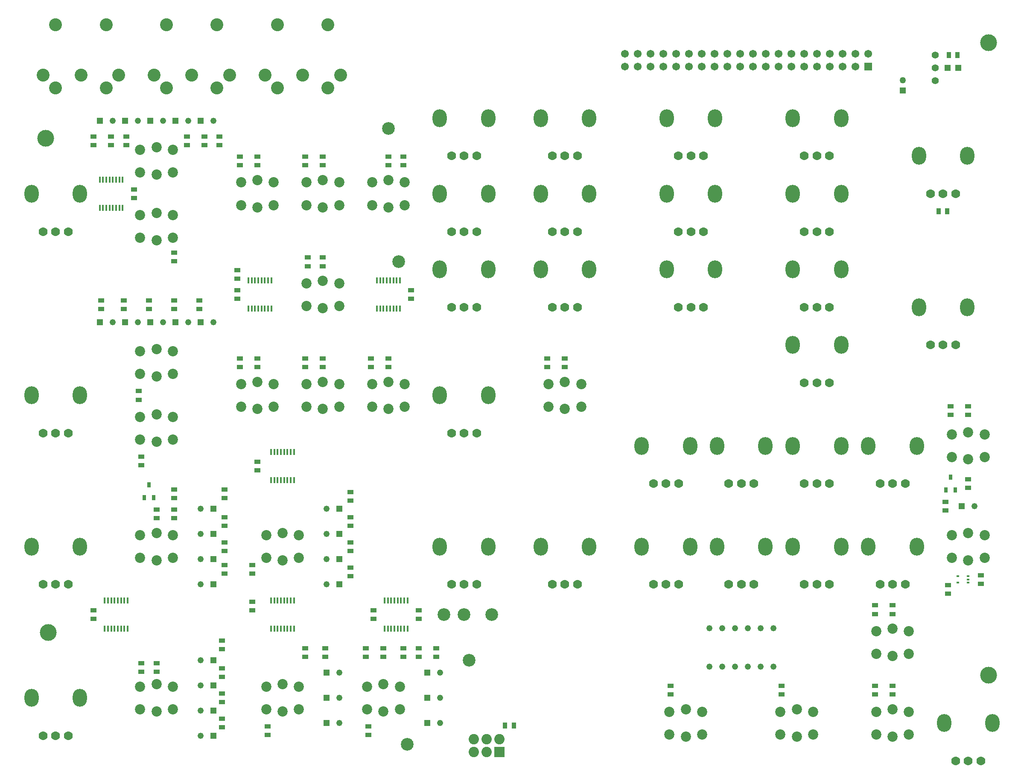
<source format=gts>
%FSLAX46Y46*%
G04 Gerber Fmt 4.6, Leading zero omitted, Abs format (unit mm)*
G04 Created by KiCad (PCBNEW (2014-09-02 BZR 5112)-product) date 2015-02-16 11:39:03 AM*
%MOMM*%
G01*
G04 APERTURE LIST*
%ADD10C,0.500000*%
%ADD11R,1.270000X1.270000*%
%ADD12C,1.270000*%
%ADD13C,2.052000*%
%ADD14R,2.052000X2.052000*%
%ADD15R,1.544000X1.544000*%
%ADD16C,1.544000*%
%ADD17R,0.721040X1.020760*%
%ADD18C,1.420000*%
%ADD19R,0.528000X0.324800*%
%ADD20C,2.520000*%
%ADD21R,0.401000X1.290000*%
%ADD22C,3.322000*%
%ADD23C,2.020000*%
%ADD24R,0.832800X1.163000*%
%ADD25R,1.163000X0.832800*%
%ADD26O,2.820000X3.520000*%
%ADD27C,1.770000*%
%ADD28R,1.220000X1.220000*%
%ADD29C,1.220000*%
%ADD30C,2.560000*%
%ADD31R,1.218880X1.218880*%
G04 APERTURE END LIST*
D10*
D11*
X178000000Y-14500000D03*
D12*
X178000000Y-12500000D03*
D13*
X92960000Y-145770000D03*
X95500000Y-145770000D03*
D14*
X98040000Y-145770000D03*
D13*
X92960000Y-143230000D03*
X95500000Y-143230000D03*
X98040000Y-143230000D03*
D15*
X171130000Y-9770000D03*
D16*
X171130000Y-7230000D03*
X158430000Y-9770000D03*
X168590000Y-7230000D03*
X155890000Y-9770000D03*
X166050000Y-7230000D03*
X153350000Y-9770000D03*
X163510000Y-7230000D03*
X150810000Y-9770000D03*
X160970000Y-7230000D03*
X148270000Y-9770000D03*
X158430000Y-7230000D03*
X145730000Y-9770000D03*
X155890000Y-7230000D03*
X143190000Y-9770000D03*
X153350000Y-7230000D03*
X140650000Y-9770000D03*
X150810000Y-7230000D03*
X138110000Y-9770000D03*
X148270000Y-7230000D03*
X135570000Y-9770000D03*
X145730000Y-7230000D03*
X133030000Y-9770000D03*
X143190000Y-7230000D03*
X140650000Y-7230000D03*
X130490000Y-9770000D03*
X138110000Y-7230000D03*
X133030000Y-7230000D03*
X130490000Y-7230000D03*
X127950000Y-7230000D03*
X125410000Y-7230000D03*
X127950000Y-9770000D03*
X125410000Y-9770000D03*
X168590000Y-9770000D03*
X166050000Y-9770000D03*
X163510000Y-9770000D03*
X160970000Y-9770000D03*
X122870000Y-9770000D03*
X122870000Y-7230000D03*
X135570000Y-7230000D03*
D17*
X28500000Y-92730000D03*
X29452500Y-95270000D03*
X27547500Y-95270000D03*
X187500000Y-91230000D03*
X188452500Y-93770000D03*
X186547500Y-93770000D03*
D18*
X184500000Y-10000000D03*
X184500000Y-12540000D03*
X184500000Y-7460000D03*
D19*
X191016000Y-112135000D03*
X191016000Y-110865000D03*
X188984000Y-112135000D03*
X191016000Y-111500000D03*
X188984000Y-110865000D03*
D20*
X87000000Y-118500000D03*
X78000000Y-48500000D03*
X96500000Y-118500000D03*
X91000000Y-118500000D03*
X92000000Y-127500000D03*
D21*
X52724160Y-91799080D03*
X53374400Y-91799080D03*
X54024640Y-91799080D03*
X54674880Y-91799080D03*
X55325120Y-91799080D03*
X55975360Y-91799080D03*
X56625600Y-91799080D03*
X57275840Y-91799080D03*
X57275840Y-86200920D03*
X56625600Y-86200920D03*
X55975360Y-86200920D03*
X55325120Y-86200920D03*
X54674880Y-86200920D03*
X54024640Y-86200920D03*
X53374400Y-86200920D03*
X52724160Y-86200920D03*
X52724160Y-121299080D03*
X53374400Y-121299080D03*
X54024640Y-121299080D03*
X54674880Y-121299080D03*
X55325120Y-121299080D03*
X55975360Y-121299080D03*
X56625600Y-121299080D03*
X57275840Y-121299080D03*
X57275840Y-115700920D03*
X56625600Y-115700920D03*
X55975360Y-115700920D03*
X55325120Y-115700920D03*
X54674880Y-115700920D03*
X54024640Y-115700920D03*
X53374400Y-115700920D03*
X52724160Y-115700920D03*
X48224160Y-57799080D03*
X48874400Y-57799080D03*
X49524640Y-57799080D03*
X50174880Y-57799080D03*
X50825120Y-57799080D03*
X51475360Y-57799080D03*
X52125600Y-57799080D03*
X52775840Y-57799080D03*
X52775840Y-52200920D03*
X52125600Y-52200920D03*
X51475360Y-52200920D03*
X50825120Y-52200920D03*
X50174880Y-52200920D03*
X49524640Y-52200920D03*
X48874400Y-52200920D03*
X48224160Y-52200920D03*
X18724160Y-37799080D03*
X19374400Y-37799080D03*
X20024640Y-37799080D03*
X20674880Y-37799080D03*
X21325120Y-37799080D03*
X21975360Y-37799080D03*
X22625600Y-37799080D03*
X23275840Y-37799080D03*
X23275840Y-32200920D03*
X22625600Y-32200920D03*
X21975360Y-32200920D03*
X21325120Y-32200920D03*
X20674880Y-32200920D03*
X20024640Y-32200920D03*
X19374400Y-32200920D03*
X18724160Y-32200920D03*
X73724160Y-57799080D03*
X74374400Y-57799080D03*
X75024640Y-57799080D03*
X75674880Y-57799080D03*
X76325120Y-57799080D03*
X76975360Y-57799080D03*
X77625600Y-57799080D03*
X78275840Y-57799080D03*
X78275840Y-52200920D03*
X77625600Y-52200920D03*
X76975360Y-52200920D03*
X76325120Y-52200920D03*
X75674880Y-52200920D03*
X75024640Y-52200920D03*
X74374400Y-52200920D03*
X73724160Y-52200920D03*
X75224160Y-121299080D03*
X75874400Y-121299080D03*
X76524640Y-121299080D03*
X77174880Y-121299080D03*
X77825120Y-121299080D03*
X78475360Y-121299080D03*
X79125600Y-121299080D03*
X79775840Y-121299080D03*
X79775840Y-115700920D03*
X79125600Y-115700920D03*
X78475360Y-115700920D03*
X77825120Y-115700920D03*
X77174880Y-115700920D03*
X76524640Y-115700920D03*
X75874400Y-115700920D03*
X75224160Y-115700920D03*
X19724160Y-121299080D03*
X20374400Y-121299080D03*
X21024640Y-121299080D03*
X21674880Y-121299080D03*
X22325120Y-121299080D03*
X22975360Y-121299080D03*
X23625600Y-121299080D03*
X24275840Y-121299080D03*
X24275840Y-115700920D03*
X23625600Y-115700920D03*
X22975360Y-115700920D03*
X22325120Y-115700920D03*
X21674880Y-115700920D03*
X21024640Y-115700920D03*
X20374400Y-115700920D03*
X19724160Y-115700920D03*
D22*
X8000000Y-24000000D03*
X8500000Y-122000000D03*
X195000000Y-130500000D03*
X195000000Y-5000000D03*
D23*
X157000000Y-137300000D03*
X157000000Y-142700000D03*
X153750000Y-137750000D03*
X153750000Y-142250000D03*
X160250000Y-137750000D03*
X160250000Y-142250000D03*
X135000000Y-137300000D03*
X135000000Y-142700000D03*
X131750000Y-137750000D03*
X131750000Y-142250000D03*
X138250000Y-137750000D03*
X138250000Y-142250000D03*
X55000000Y-137700000D03*
X55000000Y-132300000D03*
X58250000Y-137250000D03*
X58250000Y-132750000D03*
X51750000Y-137250000D03*
X51750000Y-132750000D03*
X55000000Y-107700000D03*
X55000000Y-102300000D03*
X58250000Y-107250000D03*
X58250000Y-102750000D03*
X51750000Y-107250000D03*
X51750000Y-102750000D03*
X30000000Y-84200000D03*
X30000000Y-78800000D03*
X33250000Y-83750000D03*
X33250000Y-79250000D03*
X26750000Y-83750000D03*
X26750000Y-79250000D03*
X30000000Y-71200000D03*
X30000000Y-65800000D03*
X33250000Y-70750000D03*
X33250000Y-66250000D03*
X26750000Y-70750000D03*
X26750000Y-66250000D03*
X30000000Y-44200000D03*
X30000000Y-38800000D03*
X33250000Y-43750000D03*
X33250000Y-39250000D03*
X26750000Y-43750000D03*
X26750000Y-39250000D03*
X30000000Y-31200000D03*
X30000000Y-25800000D03*
X33250000Y-30750000D03*
X33250000Y-26250000D03*
X26750000Y-30750000D03*
X26750000Y-26250000D03*
X30000000Y-102300000D03*
X30000000Y-107700000D03*
X26750000Y-102750000D03*
X26750000Y-107250000D03*
X33250000Y-102750000D03*
X33250000Y-107250000D03*
X30000000Y-132300000D03*
X30000000Y-137700000D03*
X26750000Y-132750000D03*
X26750000Y-137250000D03*
X33250000Y-132750000D03*
X33250000Y-137250000D03*
X75000000Y-137700000D03*
X75000000Y-132300000D03*
X78250000Y-137250000D03*
X78250000Y-132750000D03*
X71750000Y-137250000D03*
X71750000Y-132750000D03*
X176000000Y-137300000D03*
X176000000Y-142700000D03*
X172750000Y-137750000D03*
X172750000Y-142250000D03*
X179250000Y-137750000D03*
X179250000Y-142250000D03*
X176000000Y-121300000D03*
X176000000Y-126700000D03*
X172750000Y-121750000D03*
X172750000Y-126250000D03*
X179250000Y-121750000D03*
X179250000Y-126250000D03*
X191000000Y-82300000D03*
X191000000Y-87700000D03*
X187750000Y-82750000D03*
X187750000Y-87250000D03*
X194250000Y-82750000D03*
X194250000Y-87250000D03*
X111000000Y-72300000D03*
X111000000Y-77700000D03*
X107750000Y-72750000D03*
X107750000Y-77250000D03*
X114250000Y-72750000D03*
X114250000Y-77250000D03*
X76000000Y-72300000D03*
X76000000Y-77700000D03*
X72750000Y-72750000D03*
X72750000Y-77250000D03*
X79250000Y-72750000D03*
X79250000Y-77250000D03*
X63000000Y-72300000D03*
X63000000Y-77700000D03*
X59750000Y-72750000D03*
X59750000Y-77250000D03*
X66250000Y-72750000D03*
X66250000Y-77250000D03*
X50000000Y-72300000D03*
X50000000Y-77700000D03*
X46750000Y-72750000D03*
X46750000Y-77250000D03*
X53250000Y-72750000D03*
X53250000Y-77250000D03*
X63000000Y-52300000D03*
X63000000Y-57700000D03*
X59750000Y-52750000D03*
X59750000Y-57250000D03*
X66250000Y-52750000D03*
X66250000Y-57250000D03*
X76000000Y-32300000D03*
X76000000Y-37700000D03*
X72750000Y-32750000D03*
X72750000Y-37250000D03*
X79250000Y-32750000D03*
X79250000Y-37250000D03*
X63000000Y-32300000D03*
X63000000Y-37700000D03*
X59750000Y-32750000D03*
X59750000Y-37250000D03*
X66250000Y-32750000D03*
X66250000Y-37250000D03*
X50000000Y-32300000D03*
X50000000Y-37700000D03*
X46750000Y-32750000D03*
X46750000Y-37250000D03*
X53250000Y-32750000D03*
X53250000Y-37250000D03*
X191000000Y-102300000D03*
X191000000Y-107700000D03*
X187750000Y-102750000D03*
X187750000Y-107250000D03*
X194250000Y-102750000D03*
X194250000Y-107250000D03*
D24*
X186850900Y-38500000D03*
X185149100Y-38500000D03*
D25*
X80500000Y-54149100D03*
X80500000Y-55850900D03*
X82000000Y-117649100D03*
X82000000Y-119350900D03*
X17500000Y-117649100D03*
X17500000Y-119350900D03*
X187000000Y-112649100D03*
X187000000Y-114350900D03*
X50000000Y-88149100D03*
X50000000Y-89850900D03*
X49000000Y-117600900D03*
X49000000Y-115899100D03*
X46000000Y-54149100D03*
X46000000Y-55850900D03*
X25500000Y-34149100D03*
X25500000Y-35850900D03*
D24*
X99149100Y-140500000D03*
X100850900Y-140500000D03*
X188850900Y-7500000D03*
X187149100Y-7500000D03*
D25*
X33500000Y-95350900D03*
X33500000Y-93649100D03*
X30000000Y-97649100D03*
X30000000Y-99350900D03*
X76000000Y-29350900D03*
X76000000Y-27649100D03*
X63000000Y-49350900D03*
X63000000Y-47649100D03*
X50000000Y-29350900D03*
X50000000Y-27649100D03*
X63000000Y-29350900D03*
X63000000Y-27649100D03*
X50000000Y-69350900D03*
X50000000Y-67649100D03*
X63000000Y-69350900D03*
X63000000Y-67649100D03*
X76000000Y-69350900D03*
X76000000Y-67649100D03*
X111000000Y-69350900D03*
X111000000Y-67649100D03*
X186500000Y-96149100D03*
X186500000Y-97850900D03*
X191000000Y-91649100D03*
X191000000Y-93350900D03*
X75000000Y-126850900D03*
X75000000Y-125149100D03*
X71500000Y-126850900D03*
X71500000Y-125149100D03*
X73000000Y-117649100D03*
X73000000Y-119350900D03*
X85500000Y-126850900D03*
X85500000Y-125149100D03*
X33500000Y-97649100D03*
X33500000Y-99350900D03*
X187500000Y-77149100D03*
X187500000Y-78850900D03*
X82000000Y-126850900D03*
X82000000Y-125149100D03*
X79000000Y-126850900D03*
X79000000Y-125149100D03*
X27000000Y-88850900D03*
X27000000Y-87149100D03*
X107500000Y-67649100D03*
X107500000Y-69350900D03*
X191000000Y-78850900D03*
X191000000Y-77149100D03*
X176000000Y-118350900D03*
X176000000Y-116649100D03*
X26500000Y-75850900D03*
X26500000Y-74149100D03*
X132000000Y-132649100D03*
X132000000Y-134350900D03*
X176000000Y-134350900D03*
X176000000Y-132649100D03*
X33500000Y-48350900D03*
X33500000Y-46649100D03*
X154000000Y-132649100D03*
X154000000Y-134350900D03*
X43500000Y-95350900D03*
X43500000Y-93649100D03*
X46000000Y-51850900D03*
X46000000Y-50149100D03*
X43500000Y-100850900D03*
X43500000Y-99149100D03*
X27000000Y-128149100D03*
X27000000Y-129850900D03*
X172500000Y-132649100D03*
X172500000Y-134350900D03*
X43500000Y-105850900D03*
X43500000Y-104149100D03*
X43500000Y-110350900D03*
X43500000Y-108649100D03*
X52000000Y-142350900D03*
X52000000Y-140649100D03*
X172500000Y-116649100D03*
X172500000Y-118350900D03*
X68500000Y-95850900D03*
X68500000Y-94149100D03*
X68500000Y-100850900D03*
X68500000Y-99149100D03*
X72000000Y-142350900D03*
X72000000Y-140649100D03*
X68500000Y-105850900D03*
X68500000Y-104149100D03*
X49000000Y-110350900D03*
X49000000Y-108649100D03*
X68500000Y-110850900D03*
X68500000Y-109149100D03*
X33500000Y-57850900D03*
X33500000Y-56149100D03*
X79000000Y-27649100D03*
X79000000Y-29350900D03*
X38500000Y-57850900D03*
X38500000Y-56149100D03*
X43000000Y-125350900D03*
X43000000Y-123649100D03*
X59500000Y-27649100D03*
X59500000Y-29350900D03*
X43000000Y-130850900D03*
X43000000Y-129149100D03*
X43000000Y-135850900D03*
X43000000Y-134149100D03*
X46500000Y-27649100D03*
X46500000Y-29350900D03*
X43000000Y-140850900D03*
X43000000Y-139149100D03*
X63500000Y-126850900D03*
X63500000Y-125149100D03*
X42500000Y-23649100D03*
X42500000Y-25350900D03*
X59500000Y-126850900D03*
X59500000Y-125149100D03*
X46500000Y-67649100D03*
X46500000Y-69350900D03*
X17500000Y-23649100D03*
X17500000Y-25350900D03*
X21000000Y-23649100D03*
X21000000Y-25350900D03*
X59500000Y-67649100D03*
X59500000Y-69350900D03*
X24000000Y-23649100D03*
X24000000Y-25350900D03*
X36000000Y-23649100D03*
X36000000Y-25350900D03*
X72500000Y-67649100D03*
X72500000Y-69350900D03*
X39500000Y-23649100D03*
X39500000Y-25350900D03*
X19000000Y-57850900D03*
X19000000Y-56149100D03*
X60000000Y-47649100D03*
X60000000Y-49350900D03*
X23500000Y-57850900D03*
X23500000Y-56149100D03*
X28500000Y-57850900D03*
X28500000Y-56149100D03*
X30000000Y-129850900D03*
X30000000Y-128149100D03*
X193500000Y-112350900D03*
X193500000Y-110649100D03*
D26*
X195800000Y-140000000D03*
X186200000Y-140000000D03*
D27*
X193500000Y-147500000D03*
X191000000Y-147500000D03*
X188500000Y-147500000D03*
D26*
X180800000Y-105000000D03*
X171200000Y-105000000D03*
D27*
X178500000Y-112500000D03*
X176000000Y-112500000D03*
X173500000Y-112500000D03*
D26*
X165800000Y-105000000D03*
X156200000Y-105000000D03*
D27*
X163500000Y-112500000D03*
X161000000Y-112500000D03*
X158500000Y-112500000D03*
D26*
X150800000Y-105000000D03*
X141200000Y-105000000D03*
D27*
X148500000Y-112500000D03*
X146000000Y-112500000D03*
X143500000Y-112500000D03*
D26*
X135850000Y-105000000D03*
X126250000Y-105000000D03*
D27*
X133550000Y-112500000D03*
X131050000Y-112500000D03*
X128550000Y-112500000D03*
D26*
X115800000Y-105000000D03*
X106200000Y-105000000D03*
D27*
X113500000Y-112500000D03*
X111000000Y-112500000D03*
X108500000Y-112500000D03*
D26*
X95800000Y-105000000D03*
X86200000Y-105000000D03*
D27*
X93500000Y-112500000D03*
X91000000Y-112500000D03*
X88500000Y-112500000D03*
D26*
X14800000Y-135000000D03*
X5200000Y-135000000D03*
D27*
X12500000Y-142500000D03*
X10000000Y-142500000D03*
X7500000Y-142500000D03*
D26*
X14800000Y-105000000D03*
X5200000Y-105000000D03*
D27*
X12500000Y-112500000D03*
X10000000Y-112500000D03*
X7500000Y-112500000D03*
D26*
X180800000Y-85000000D03*
X171200000Y-85000000D03*
D27*
X178500000Y-92500000D03*
X176000000Y-92500000D03*
X173500000Y-92500000D03*
D26*
X165800000Y-85000000D03*
X156200000Y-85000000D03*
D27*
X163500000Y-92500000D03*
X161000000Y-92500000D03*
X158500000Y-92500000D03*
D26*
X150800000Y-85000000D03*
X141200000Y-85000000D03*
D27*
X148500000Y-92500000D03*
X146000000Y-92500000D03*
X143500000Y-92500000D03*
D26*
X135850000Y-85000000D03*
X126250000Y-85000000D03*
D27*
X133550000Y-92500000D03*
X131050000Y-92500000D03*
X128550000Y-92500000D03*
D26*
X190800000Y-57500000D03*
X181200000Y-57500000D03*
D27*
X188500000Y-65000000D03*
X186000000Y-65000000D03*
X183500000Y-65000000D03*
D26*
X190800000Y-27500000D03*
X181200000Y-27500000D03*
D27*
X188500000Y-35000000D03*
X186000000Y-35000000D03*
X183500000Y-35000000D03*
D26*
X165800000Y-65000000D03*
X156200000Y-65000000D03*
D27*
X163500000Y-72500000D03*
X161000000Y-72500000D03*
X158500000Y-72500000D03*
D26*
X165800000Y-50000000D03*
X156200000Y-50000000D03*
D27*
X163500000Y-57500000D03*
X161000000Y-57500000D03*
X158500000Y-57500000D03*
D26*
X165800000Y-35000000D03*
X156200000Y-35000000D03*
D27*
X163500000Y-42500000D03*
X161000000Y-42500000D03*
X158500000Y-42500000D03*
D26*
X165800000Y-20000000D03*
X156200000Y-20000000D03*
D27*
X163500000Y-27500000D03*
X161000000Y-27500000D03*
X158500000Y-27500000D03*
D26*
X140800000Y-50000000D03*
X131200000Y-50000000D03*
D27*
X138500000Y-57500000D03*
X136000000Y-57500000D03*
X133500000Y-57500000D03*
D26*
X140800000Y-35000000D03*
X131200000Y-35000000D03*
D27*
X138500000Y-42500000D03*
X136000000Y-42500000D03*
X133500000Y-42500000D03*
D26*
X140800000Y-20000000D03*
X131200000Y-20000000D03*
D27*
X138500000Y-27500000D03*
X136000000Y-27500000D03*
X133500000Y-27500000D03*
D26*
X95800000Y-75000000D03*
X86200000Y-75000000D03*
D27*
X93500000Y-82500000D03*
X91000000Y-82500000D03*
X88500000Y-82500000D03*
D26*
X14800000Y-75000000D03*
X5200000Y-75000000D03*
D27*
X12500000Y-82500000D03*
X10000000Y-82500000D03*
X7500000Y-82500000D03*
D26*
X115800000Y-50000000D03*
X106200000Y-50000000D03*
D27*
X113500000Y-57500000D03*
X111000000Y-57500000D03*
X108500000Y-57500000D03*
D26*
X115800000Y-35000000D03*
X106200000Y-35000000D03*
D27*
X113500000Y-42500000D03*
X111000000Y-42500000D03*
X108500000Y-42500000D03*
D26*
X115800000Y-20000000D03*
X106200000Y-20000000D03*
D27*
X113500000Y-27500000D03*
X111000000Y-27500000D03*
X108500000Y-27500000D03*
D26*
X95800000Y-50000000D03*
X86200000Y-50000000D03*
D27*
X93500000Y-57500000D03*
X91000000Y-57500000D03*
X88500000Y-57500000D03*
D26*
X95800000Y-35000000D03*
X86200000Y-35000000D03*
D27*
X93500000Y-42500000D03*
X91000000Y-42500000D03*
X88500000Y-42500000D03*
D26*
X95800000Y-20000000D03*
X86200000Y-20000000D03*
D27*
X93500000Y-27500000D03*
X91000000Y-27500000D03*
X88500000Y-27500000D03*
D26*
X14800000Y-35000000D03*
X5200000Y-35000000D03*
D27*
X12500000Y-42500000D03*
X10000000Y-42500000D03*
X7500000Y-42500000D03*
D28*
X18730000Y-20500000D03*
D29*
X21270000Y-20500000D03*
D28*
X23730000Y-20500000D03*
D29*
X26270000Y-20500000D03*
D28*
X28730000Y-20500000D03*
D29*
X31270000Y-20500000D03*
D28*
X33730000Y-20500000D03*
D29*
X36270000Y-20500000D03*
D28*
X38730000Y-20500000D03*
D29*
X41270000Y-20500000D03*
D28*
X18730000Y-60500000D03*
D29*
X21270000Y-60500000D03*
D28*
X23730000Y-60500000D03*
D29*
X26270000Y-60500000D03*
D28*
X28730000Y-60500000D03*
D29*
X31270000Y-60500000D03*
D28*
X33730000Y-60500000D03*
D29*
X36270000Y-60500000D03*
D28*
X38730000Y-60500000D03*
D29*
X41270000Y-60500000D03*
D28*
X41270000Y-97500000D03*
D29*
X38730000Y-97500000D03*
D28*
X41270000Y-102500000D03*
D29*
X38730000Y-102500000D03*
D28*
X41270000Y-107500000D03*
D29*
X38730000Y-107500000D03*
D28*
X41270000Y-112500000D03*
D29*
X38730000Y-112500000D03*
D28*
X66270000Y-97500000D03*
D29*
X63730000Y-97500000D03*
D28*
X66270000Y-102500000D03*
D29*
X63730000Y-102500000D03*
D28*
X66270000Y-107500000D03*
D29*
X63730000Y-107500000D03*
D28*
X66270000Y-112500000D03*
D29*
X63730000Y-112500000D03*
D28*
X41270000Y-127500000D03*
D29*
X38730000Y-127500000D03*
D28*
X41270000Y-132500000D03*
D29*
X38730000Y-132500000D03*
D28*
X41270000Y-137500000D03*
D29*
X38730000Y-137500000D03*
D28*
X41270000Y-142500000D03*
D29*
X38730000Y-142500000D03*
D28*
X63730000Y-130000000D03*
D29*
X66270000Y-130000000D03*
D28*
X63730000Y-135000000D03*
D29*
X66270000Y-135000000D03*
D28*
X63730000Y-140000000D03*
D29*
X66270000Y-140000000D03*
D28*
X83730000Y-130000000D03*
D29*
X86270000Y-130000000D03*
D28*
X83730000Y-135000000D03*
D29*
X86270000Y-135000000D03*
D28*
X83730000Y-140000000D03*
D29*
X86270000Y-140000000D03*
D28*
X189730000Y-97000000D03*
D29*
X192270000Y-97000000D03*
D30*
X37000000Y-11500000D03*
X44500000Y-11500000D03*
X29500000Y-11500000D03*
X32000000Y-14000000D03*
X42000000Y-14000000D03*
X32000000Y-1500000D03*
X42000000Y-1500000D03*
X59000000Y-11500000D03*
X66500000Y-11500000D03*
X51500000Y-11500000D03*
X54000000Y-14000000D03*
X64000000Y-14000000D03*
X54000000Y-1500000D03*
X64000000Y-1500000D03*
X15000000Y-11500000D03*
X22500000Y-11500000D03*
X7500000Y-11500000D03*
X10000000Y-14000000D03*
X20000000Y-14000000D03*
X10000000Y-1500000D03*
X20000000Y-1500000D03*
D29*
X139650000Y-128810000D03*
X142190000Y-128810000D03*
X144730000Y-128810000D03*
X147270000Y-128810000D03*
X149810000Y-128810000D03*
X152350000Y-128810000D03*
X152350000Y-121190000D03*
X149810000Y-121190000D03*
X147270000Y-121190000D03*
X144730000Y-121190000D03*
X142190000Y-121190000D03*
X139650000Y-121190000D03*
D31*
X189049020Y-10000000D03*
X186950980Y-10000000D03*
D20*
X79750000Y-144250000D03*
X76000000Y-22000000D03*
M02*

</source>
